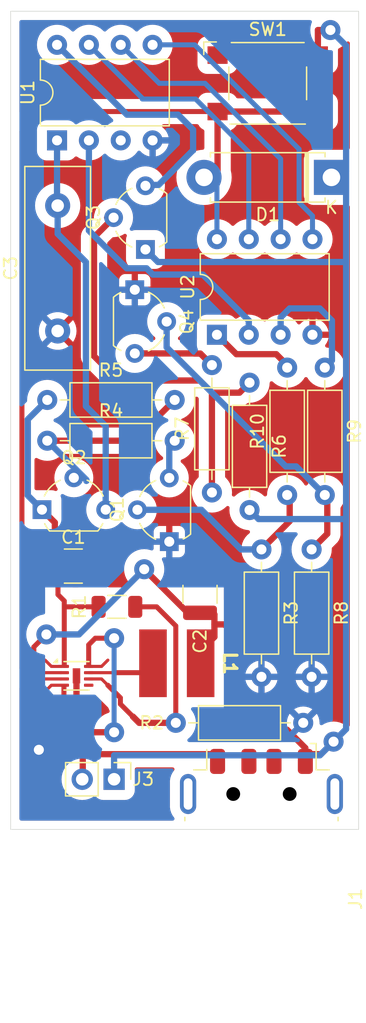
<source format=kicad_pcb>
(kicad_pcb (version 20240108) (generator "pcbnew") (generator_version "8.0")
  (layers (0 "F.Cu" signal) (31 "B.Cu" signal) (34 "B.Paste" user) (35 "F.Paste" user) (36 "B.SilkS" user "B.Silkscreen") (37 "F.SilkS" user "F.Silkscreen") (38 "B.Mask" user) (39 "F.Mask" user) (44 "Edge.Cuts" user))
  (net 0 "")
  (net 1 "GND")
  (net 2 "+12V")
  (net 3 "+5V")
  (net 4 "Net-(Q2-C)")
  (net 5 "Enable")
  (net 9 "Net-(J1-GND)")
  (net 11 "Net-(U3-SW)")
  (net 12 "GNDPWR")
  (net 13 "Net-(Q1-C)")
  (net 14 "Net-(Q1-B)")
  (net 15 "Net-(Q2-B)")
  (net 16 "Net-(Q3-C)")
  (net 17 "Net-(Q3-B)")
  (net 18 "Net-(Q4-B)")
  (net 19 "Net-(Q4-C)")
  (net 20 "Net-(U3-FB)")
  (net 21 "Net-(U2-XTAL2{slash}PB4)")
  (net 22 "Net-(U2-~{RESET}{slash}PB5)")
  (net 24 "Net-(U1-PB2)")
  (net 25 "Net-(U1-XTAL1{slash}PB3)")
  (net 26 "Net-(U1-PB1)")
  (net 27 "Net-(U1-AREF{slash}PB0)")
  (footprint "Capacitor_SMD:C_1210_3225Metric" (layer "F.Cu") (at 131.75 88.75)
    (property "Reference" "C1" (at 0 -2.300001 360) (layer "F.SilkS"))
    (property "Value" "10u")
    (fp_line (start -0.711252 -1.36) (end 0.711252 -1.36) (stroke (width 0.12)) (layer "F.SilkS"))
    (fp_line (start -0.711252 1.36) (end 0.711252 1.36) (stroke (width 0.12)) (layer "F.SilkS"))
    (pad "1" smd roundrect (at -1.475001 0) (size 1.15 2.7) (layers "F.Cu" "F.Paste" "F.Mask") (roundrect_rratio 0.217391) (net 2 "+12V"))
    (pad "2" smd roundrect (at 1.475001 0) (size 1.15 2.7) (layers "F.Cu" "F.Paste" "F.Mask") (roundrect_rratio 0.217391) (net 1 "GND"))
  )
  (footprint "Resistor_THT:R_Axial_DIN0207_L6.3mm_D2.5mm_P10.16mm_Horizontal" (layer "F.Cu") (at 142.8 82.88 90)
    (property "Reference" "R7" (at 5.08 -2.370001 90) (layer "F.SilkS"))
    (property "Value" "5k")
    (fp_line (start 8.35 -1.37) (end 1.81 -1.37) (stroke (width 0.12)) (layer "F.SilkS"))
    (fp_line (start 1.81 -1.37) (end 1.81 1.37) (stroke (width 0.12)) (layer "F.SilkS"))
    (fp_line (start 9.12 0) (end 8.350001 0) (stroke (width 0.12)) (layer "F.SilkS"))
    (fp_line (start 1.04 0) (end 1.81 0) (stroke (width 0.12)) (layer "F.SilkS"))
    (fp_line (start 8.35 1.37) (end 8.35 -1.37) (stroke (width 0.12)) (layer "F.SilkS"))
    (fp_line (start 1.81 1.37) (end 8.35 1.37) (stroke (width 0.12)) (layer "F.SilkS"))
    (pad "1" thru_hole circle (at 0 0 90) (size 1.6 1.6) (drill 0.8) (layers "*.Cu" "*.Mask") (net 17 "Net-(Q3-B)"))
    (pad "2" thru_hole oval (at 10.16 0 90) (size 1.6 1.6) (drill 0.8) (layers "*.Cu" "*.Mask") (net 19 "Net-(Q4-C)"))
  )
  (footprint "Capacitor_THT:C_Disc_D16.0mm_W5.0mm_P10.00mm" (layer "F.Cu") (at 130.5 70 90)
    (property "Reference" "C3" (at 4.999999 -3.75 90) (layer "F.SilkS"))
    (property "Value" "100n")
    (fp_line (start 13.12 -2.62) (end 13.12 2.62) (stroke (width 0.12)) (layer "F.SilkS"))
    (fp_line (start -3.12 -2.62) (end 13.12 -2.62) (stroke (width 0.12)) (layer "F.SilkS"))
    (fp_line (start -3.12 -2.62) (end -3.12 2.62) (stroke (width 0.12)) (layer "F.SilkS"))
    (fp_line (start -3.12 2.62) (end 13.12 2.62) (stroke (width 0.12)) (layer "F.SilkS"))
    (pad "1" thru_hole circle (at 0 0 90) (size 2 2) (drill 1) (layers "*.Cu" "*.Mask") (net 1 "GND"))
    (pad "2" thru_hole circle (at 10 0 90) (size 2 2) (drill 1) (layers "*.Cu" "*.Mask") (net 4 "Net-(Q2-C)"))
  )
  (footprint "Package_TO_SOT_THT:TO-92L_Wide" (layer "F.Cu") (at 136.65 66.71 -90)
    (property "Reference" "Q4" (at 2.55 -4.15 90) (layer "F.SilkS"))
    (property "Value" "2N3904")
    (fp_line (start 0.600001 1.7) (end 4.45 1.7) (stroke (width 0.12)) (layer "F.SilkS"))
    (fp_arc (start 0.600001 1.7) (mid 0.389184 1.423934) (end 0.217369 1.122046) (stroke (width 0.12)) (layer "F.SilkS"))
    (fp_arc (start 4.842382 1.112264) (mid 4.666593 1.419753) (end 4.45 1.7) (stroke (width 0.12)) (layer "F.SilkS"))
    (fp_arc (start 0.192226 -1.094786) (mid 0.710119 -1.833613) (end 1.45 -2.35) (stroke (width 0.12)) (layer "F.SilkS"))
    (fp_arc (start 3.599999 -2.35) (mid 4.351407 -1.834367) (end 4.876463 -1.089513) (stroke (width 0.12)) (layer "F.SilkS"))
    (pad "1" thru_hole rect (at 0 0 270) (size 1.5 1.5) (drill 0.8) (layers "*.Cu" "*.Mask") (net 1 "GND"))
    (pad "2" thru_hole circle (at 2.54 -2.54 270) (size 1.5 1.5) (drill 0.8) (layers "*.Cu" "*.Mask") (net 18 "Net-(Q4-B)"))
    (pad "3" thru_hole circle (at 5.079999 0 270) (size 1.5 1.5) (drill 0.8) (layers "*.Cu" "*.Mask") (net 19 "Net-(Q4-C)"))
  )
  (footprint "Resistor_THT:R_Axial_DIN0207_L6.3mm_D2.5mm_P10.16mm_Horizontal" (layer "F.Cu") (at 151.8 72.92 -90)
    (property "Reference" "R9" (at 5.08 -2.370001 90) (layer "F.SilkS"))
    (property "Value" "1.2k")
    (fp_line (start 1.81 1.37) (end 8.349999 1.37) (stroke (width 0.12)) (layer "F.SilkS"))
    (fp_line (start 8.349999 1.37) (end 8.35 -1.37) (stroke (width 0.12)) (layer "F.SilkS"))
    (fp_line (start 1.040001 0) (end 1.810001 -0.000001) (stroke (width 0.12)) (layer "F.SilkS"))
    (fp_line (start 9.12 0) (end 8.350001 0) (stroke (width 0.12)) (layer "F.SilkS"))
    (fp_line (start 1.81 -1.37) (end 1.81 1.37) (stroke (width 0.12)) (layer "F.SilkS"))
    (fp_line (start 8.35 -1.37) (end 1.81 -1.37) (stroke (width 0.12)) (layer "F.SilkS"))
    (pad "1" thru_hole circle (at 0 0 270) (size 1.6 1.6) (drill 0.8) (layers "*.Cu" "*.Mask") (net 21 "Net-(U2-XTAL2{slash}PB4)"))
    (pad "2" thru_hole oval (at 10.159999 -0.000001 270) (size 1.6 1.6) (drill 0.8) (layers "*.Cu" "*.Mask") (net 18 "Net-(Q4-B)"))
  )
  (footprint "Resistor_THT:R_Axial_DIN0207_L6.3mm_D2.5mm_P10.16mm_Horizontal" (layer "F.Cu") (at 148.8 83.08 90)
    (property "Reference" "R10" (at 5.079999 -2.370001 90) (layer "F.SilkS"))
    (property "Value" "1.2k")
    (fp_line (start 8.35 -1.37) (end 1.81 -1.37) (stroke (width 0.12)) (layer "F.SilkS"))
    (fp_line (start 1.81 -1.37) (end 1.81 1.37) (stroke (width 0.12)) (layer "F.SilkS"))
    (fp_line (start 9.12 0) (end 8.350001 0) (stroke (width 0.12)) (layer "F.SilkS"))
    (fp_line (start 1.04 0) (end 1.81 0) (stroke (width 0.12)) (layer "F.SilkS"))
    (fp_line (start 8.35 1.37) (end 8.35 -1.37) (stroke (width 0.12)) (layer "F.SilkS"))
    (fp_line (start 1.81 1.37) (end 8.35 1.37) (stroke (width 0.12)) (layer "F.SilkS"))
    (pad "1" thru_hole circle (at 0 0 90) (size 1.6 1.6) (drill 0.8) (layers "*.Cu" "*.Mask") (net 14 "Net-(Q1-B)"))
    (pad "2" thru_hole oval (at 10.159999 0.000001 90) (size 1.6 1.6) (drill 0.8) (layers "*.Cu" "*.Mask") (net 22 "Net-(U2-~{RESET}{slash}PB5)"))
  )
  (footprint "Resistor_SMD:R_1206_3216Metric" (layer "F.Cu") (at 135.225 92 180)
    (property "Reference" "R1" (at 3 0 90) (layer "F.SilkS"))
    (property "Value" "44.2k")
    (fp_line (start -0.727064 0.91) (end 0.727064 0.91) (stroke (width 0.12)) (layer "F.SilkS"))
    (fp_line (start -0.727064 -0.91) (end 0.727064 -0.91) (stroke (width 0.12)) (layer "F.SilkS"))
    (pad "1" smd roundrect (at -1.4625 0 180) (size 1.125 1.75) (layers "F.Cu" "F.Paste" "F.Mask") (roundrect_rratio 0.222222) (net 20 "Net-(U3-FB)"))
    (pad "2" smd roundrect (at 1.4625 0 180) (size 1.125 1.75) (layers "F.Cu" "F.Paste" "F.Mask") (roundrect_rratio 0.222222) (net 2 "+12V"))
  )
  (footprint "Resistor_THT:R_Axial_DIN0207_L6.3mm_D2.5mm_P10.16mm_Horizontal" (layer "F.Cu") (at 129.67 78.75)
    (property "Reference" "R4" (at 5.08 -2.370001 360) (layer "F.SilkS"))
    (property "Value" "5k")
    (fp_line (start 1.04 0) (end 1.81 0) (stroke (width 0.12)) (layer "F.SilkS"))
    (fp_line (start 1.81 -1.37) (end 1.81 1.37) (stroke (width 0.12)) (layer "F.SilkS"))
    (fp_line (start 1.81 1.37) (end 8.35 1.37) (stroke (width 0.12)) (layer "F.SilkS"))
    (fp_line (start 8.35 -1.37) (end 1.81 -1.37) (stroke (width 0.12)) (layer "F.SilkS"))
    (fp_line (start 8.35 1.37) (end 8.35 -1.37) (stroke (width 0.12)) (layer "F.SilkS"))
    (fp_line (start 9.12 0) (end 8.350001 0) (stroke (width 0.12)) (layer "F.SilkS"))
    (pad "1" thru_hole circle (at 0 0) (size 1.6 1.6) (drill 0.8) (layers "*.Cu" "*.Mask") (net 15 "Net-(Q2-B)"))
    (pad "2" thru_hole oval (at 10.16 0) (size 1.6 1.6) (drill 0.8) (layers "*.Cu" "*.Mask") (net 13 "Net-(Q1-C)"))
  )
  (footprint "NetTie:NetTie-3_SMD_Pad0.5mm" (layer "F.Cu") (at 132.5 102)
    (property "Reference" "NT1" (hide yes))
    (property "Value" "NetTie_3" (hide yes))
    (fp_poly (pts (xy -1.000002 -0.250001) (xy 1 -0.250001) (xy 1.000002 0.250001) (xy -1 0.250001)) (fill solid) (layer "F.Cu"))
    (pad "1" smd circle (at -1 0) (size 0.5 0.5) (layers "F.Cu") (net 1 "GND"))
    (pad "2" smd circle (at 0 0) (size 0.5 0.5) (layers "F.Cu") (net 9 "Net-(J1-GND)"))
    (pad "3" smd circle (at 1 0) (size 0.5 0.5) (layers "F.Cu") (net 12 "GNDPWR"))
  )
  (footprint "miscellaneous:IDCP2218-01" (layer "F.Cu") (at 140 96.5 180)
    (property "Reference" "L1" (at -4.25 0 -90) (layer "F.SilkS") (effects (font (thickness 0.25))))
    (property "Value" "10u" (hide yes))
    (pad "1" smd rect (at -1.9 0 180) (size 2.2 5.4) (layers "F.Cu" "F.Paste" "F.Mask") (net 3 "+5V"))
    (pad "2" smd rect (at 1.9 0 180) (size 2.2 5.4) (layers "F.Cu" "F.Paste" "F.Mask") (net 11 "Net-(U3-SW)"))
  )
  (footprint "Package_DFN_QFN:Micrel_MLF-8-1EP_2x2mm_P0.5mm_EP0.6x1.2mm" (layer "F.Cu") (at 132 97.5)
    (property "Reference" "U3" (hide yes))
    (property "Value" "MIC2290")
    (fp_line (start -1 -1.135) (end 1 -1.135) (stroke (width 0.12)) (layer "F.SilkS"))
    (fp_line (start -1 1.135) (end 1 1.135) (stroke (width 0.12)) (layer "F.SilkS"))
    (fp_poly (pts (xy -1.52 -1.05) (xy -1.8 -1.05) (xy -1.52 -1.33) (xy -1.52 -1.05)) (stroke (width 0.12)) (fill solid) (layer "F.SilkS"))
    (pad "1" smd roundrect (at -0.975 -0.75) (size 0.75 0.25) (layers "F.Cu" "F.Paste" "F.Mask") (net 2 "+12V"))
    (pad "2" smd roundrect (at -0.975 -0.25) (size 0.75 0.25) (layers "F.Cu" "F.Paste" "F.Mask") (net 3 "+5V"))
    (pad "3" smd roundrect (at -0.975 0.25) (size 0.75 0.25) (layers "F.Cu" "F.Paste" "F.Mask") (net 5 "Enable"))
    (pad "4" smd roundrect (at -0.975 0.75) (size 0.75 0.25) (layers "F.Cu" "F.Paste" "F.Mask") (net 1 "GND"))
    (pad "5" smd roundrect (at 0.975 0.75) (size 0.75 0.25) (layers "F.Cu" "F.Paste" "F.Mask"))
    (pad "6" smd roundrect (at 0.975 0.25) (size 0.75 0.25) (layers "F.Cu" "F.Paste" "F.Mask") (net 20 "Net-(U3-FB)"))
    (pad "7" smd roundrect (at 0.975 -0.25) (size 0.75 0.25) (layers "F.Cu" "F.Paste" "F.Mask") (net 11 "Net-(U3-SW)"))
    (pad "8" smd roundrect (at 0.975 -0.75) (size 0.75 0.25) (layers "F.Cu" "F.Paste" "F.Mask") (net 12 "GNDPWR"))
    (pad "9" smd rect (at 0 0) (size 0.6 1.2) (property pad_prop_heatsink) (layers "F.Cu" "F.Mask") (net 1 "GND"))
  )
  (footprint "Button_Switch_SMD:SW_SPST_Omron_B3FS-101xP" (layer "F.Cu") (at 147.25 50.25)
    (property "Reference" "SW1" (at 0 -4.3 0) (layer "F.SilkS"))
    (property "Value" "SW_Push")
    (fp_line (start -5.1 -3.3) (end -4.1 -3.3) (stroke (width 0.12)) (layer "F.SilkS"))
    (fp_line (start -5.1 -2.3) (end -5.1 -3.3) (stroke (width 0.12)) (layer "F.SilkS"))
    (fp_line (start -3.1 -1.3) (end -3.1 1.3) (stroke (width 0.12)) (layer "F.SilkS"))
    (fp_line (start 2.9 -3.25) (end -2.9 -3.25) (stroke (width 0.12)) (layer "F.SilkS"))
    (fp_line (start 3 3.25) (end -3 3.25) (stroke (width 0.12)) (layer "F.SilkS"))
    (fp_line (start 3.1 -1.3) (end 3.1 1.3) (stroke (width 0.12)) (layer "F.SilkS"))
    (pad "1" smd rect (at -4 -2.25 180) (size 1.6 1.4) (layers "F.Cu" "F.Paste" "F.Mask") (net 3 "+5V"))
    (pad "1" smd rect (at 4 -2.25 180) (size 1.6 1.4) (layers "F.Cu" "F.Paste" "F.Mask") (net 3 "+5V"))
    (pad "2" smd rect (at -4 2.25 180) (size 1.6 1.4) (layers "F.Cu" "F.Paste" "F.Mask") (net 5 "Enable"))
    (pad "2" smd rect (at 4 2.25 180) (size 1.6 1.4) (layers "F.Cu" "F.Paste" "F.Mask") (net 5 "Enable"))
  )
  (footprint "Capacitor_SMD:C_1210_3225Metric" (layer "F.Cu") (at 141.85 91 90)
    (property "Reference" "C2" (at -3.749999 0 90) (layer "F.SilkS"))
    (property "Value" "10u")
    (fp_line (start -0.711252 -1.36) (end 0.711252 -1.36) (stroke (width 0.12)) (layer "F.SilkS"))
    (fp_line (start -0.711252 1.36) (end 0.711252 1.36) (stroke (width 0.12)) (layer "F.SilkS"))
    (pad "1" smd roundrect (at -1.475001 0 90) (size 1.15 2.7) (layers "F.Cu" "F.Paste" "F.Mask") (roundrect_rratio 0.217391) (net 3 "+5V"))
    (pad "2" smd roundrect (at 1.475001 0 90) (size 1.15 2.7) (layers "F.Cu" "F.Paste" "F.Mask") (roundrect_rratio 0.217391) (net 1 "GND"))
  )
  (footprint "Connector_USB:USB_A_Molex_48037-2200_Horizontal" (layer "F.Cu") (at 146.75 115.3 -90)
    (property "Reference" "J1" (at 0 -7.5 90) (layer "F.SilkS"))
    (property "Value" "USB_A")
    (fp_line (start -6.515 6.11) (end -6.245 6.11) (stroke (width 0.12)) (layer "F.SilkS"))
    (fp_line (start -11.92 4.36) (end -10.3 4.36) (stroke (width 0.12)) (layer "F.SilkS"))
    (fp_line (start -10.3 4.36) (end -10.3 5.4) (stroke (width 0.12)) (layer "F.SilkS"))
    (fp_line (start -12.4 -4.36) (end -12.4 -3.9) (stroke (width 0.12)) (layer "F.SilkS"))
    (fp_line (start -12.4 -4.36) (end -10.3 -4.36) (stroke (width 0.12)) (layer "F.SilkS"))
    (fp_line (start -10.3 -5.4) (end -10.3 -4.36) (stroke (width 0.12)) (layer "F.SilkS"))
    (fp_line (start -6.515 -6.11) (end -6.245 -6.11) (stroke (width 0.12)) (layer "F.SilkS"))
    (pad "" np_thru_hole circle (at -8.375 -2.25 270) (size 1.1 1.1) (drill 1.1) (layers "*.Mask"))
    (pad "" np_thru_hole circle (at -8.375 2.25 270) (size 1.1 1.1) (drill 1.1) (layers "*.Mask"))
    (pad "1" smd roundrect (at -10.975 -3.5 270) (size 2 1.2) (layers "F.Cu" "F.Paste" "F.Mask") (net 3 "+5V"))
    (pad "2" smd roundrect (at -10.975 -1 270) (size 2 1.2) (layers "F.Cu" "F.Paste" "F.Mask"))
    (pad "3" smd roundrect (at -10.975 1 270) (size 2 1.2) (layers "F.Cu" "F.Paste" "F.Mask"))
    (pad "4" smd roundrect (at -10.975 3.5 270) (size 2 1.2) (layers "F.Cu" "F.Paste" "F.Mask") (net 9 "Net-(J1-GND)"))
    (pad "5" thru_hole oval (at -8.375 -5.85 270) (size 3.2 1.3) (drill oval 2.5 0.7) (layers "*.Cu" "*.Mask"))
    (pad "5" thru_hole oval (at -8.375 5.85 270) (size 3.2 1.3) (drill oval 2.5 0.7) (layers "*.Cu" "*.Mask"))
  )
  (footprint "Package_DIP:DIP-8_W7.62mm" (layer "F.Cu") (at 130.45 54.8 90)
    (property "Reference" "U1" (at 3.81 -2.33 90) (layer "F.SilkS"))
    (property "Value" "Target")
    (fp_line (start 6.46 -1.33) (end 4.81 -1.33) (stroke (width 0.12)) (layer "F.SilkS"))
    (fp_line (start 2.81 -1.33) (end 1.16 -1.33) (stroke (width 0.12)) (layer "F.SilkS"))
    (fp_line (start 1.16 -1.33) (end 1.16 8.95) (stroke (width 0.12)) (layer "F.SilkS"))
    (fp_line (start 6.46 8.95) (end 6.46 -1.33) (stroke (width 0.12)) (layer "F.SilkS"))
    (fp_line (start 1.16 8.95) (end 6.46 8.95) (stroke (width 0.12)) (layer "F.SilkS"))
    (fp_arc (start 4.81 -1.33) (mid 3.81 -0.33) (end 2.81 -1.33) (stroke (width 0.12)) (layer "F.SilkS"))
    (pad "1" thru_hole rect (at 0 0 90) (size 1.6 1.6) (drill 0.8) (layers "*.Cu" "*.Mask") (net 4 "Net-(Q2-C)"))
    (pad "2" thru_hole oval (at 0 2.54 90) (size 1.6 1.6) (drill 0.8) (layers "*.Cu" "*.Mask") (net 25 "Net-(U1-XTAL1{slash}PB3)"))
    (pad "3" thru_hole oval (at 0 5.08 90) (size 1.6 1.6) (drill 0.8) (layers "*.Cu" "*.Mask"))
    (pad "4" thru_hole oval (at 0 7.62 90) (size 1.6 1.6) (drill 0.8) (layers "*.Cu" "*.Mask") (net 1 "GND"))
    (pad "5" thru_hole oval (at 7.62 7.62 90) (size 1.6 1.6) (drill 0.8) (layers "*.Cu" "*.Mask") (net 27 "Net-(U1-AREF{slash}PB0)"))
    (pad "6" thru_hole oval (at 7.62 5.08 90) (size 1.6 1.6) (drill 0.8) (layers "*.Cu" "*.Mask") (net 26 "Net-(U1-PB1)"))
    (pad "7" thru_hole oval (at 7.62 2.54 90) (size 1.6 1.6) (drill 0.8) (layers "*.Cu" "*.Mask") (net 24 "Net-(U1-PB2)"))
    (pad "8" thru_hole oval (at 7.62 0 90) (size 1.6 1.6) (drill 0.8) (layers "*.Cu" "*.Mask") (net 16 "Net-(Q3-C)"))
  )
  (footprint "Diode_THT:D_5W_P10.16mm_Horizontal" (layer "F.Cu") (at 152.33 57.75 180)
    (property "Reference" "D1" (at 5.08 -2.97 360) (layer "F.SilkS"))
    (property "Value" "D")
    (fp_line (start 9.65 1.97) (end 9.65 1.640002) (stroke (width 0.12)) (layer "F.SilkS"))
    (fp_line (start 9.65 -1.97) (end 9.649998 -1.640001) (stroke (width 0.12)) (layer "F.SilkS"))
    (fp_line (start 2.085 -1.97) (end 2.085 1.97) (stroke (width 0.12)) (layer "F.SilkS"))
    (fp_line (start 1.965001 -1.969999) (end 1.965 1.97) (stroke (width 0.12)) (layer "F.SilkS"))
    (fp_line (start 1.845 -1.97) (end 1.845 1.97) (stroke (width 0.12)) (layer "F.SilkS"))
    (fp_line (start 0.510002 -1.969999) (end 9.65 -1.97) (stroke (width 0.12)) (layer "F.SilkS"))
    (fp_line (start 0.51 1.97) (end 9.65 1.97) (stroke (width 0.12)) (layer "F.SilkS"))
    (fp_line (start 0.51 1.64) (end 0.51 1.97) (stroke (width 0.12)) (layer "F.SilkS"))
    (fp_line (start 0.51 -1.64) (end 0.510002 -1.969999) (stroke (width 0.12)) (layer "F.SilkS"))
    (fp_text user "K" (at 0 -2.4 360) (layer "F.SilkS"))
    (pad "1" thru_hole rect (at 0 0 180) (size 2.8 2.8) (drill 1.4) (layers "*.Cu" "*.Mask") (net 3 "+5V"))
    (pad "2" thru_hole oval (at 10.159999 0.000002 180) (size 2.8 2.8) (drill 1.4) (layers "*.Cu" "*.Mask") (net 5 "Enable"))
  )
  (footprint "Connector_PinHeader_2.54mm:PinHeader_1x02_P2.54mm_Vertical" (layer "F.Cu") (at 135 105.75 -90)
    (property "Reference" "J3" (at 0 -2.33 360) (layer "F.SilkS"))
    (property "Value" "Conn_01x02")
    (fp_line (start -1.329997 3.870002) (end 1.329999 3.870001) (stroke (width 0.12)) (layer "F.SilkS"))
    (fp_line (start 1.33 1.270001) (end 1.329999 3.870001) (stroke (width 0.12)) (layer "F.SilkS"))
    (fp_line (start -1.329999 1.269998) (end -1.329997 3.870002) (stroke (width 0.12)) (layer "F.SilkS"))
    (fp_line (start -1.329999 1.269998) (end 1.33 1.270001) (stroke (width 0.12)) (layer "F.SilkS"))
    (fp_line (start -1.330002 0.000001) (end -1.33 -1.33) (stroke (width 0.12)) (layer "F.SilkS"))
    (fp_line (start -1.33 -1.33) (end -0.000001 -1.330002) (stroke (width 0.12)) (layer "F.SilkS"))
    (pad "1" thru_hole rect (at 0 0 270) (size 1.7 1.7) (drill 1) (layers "*.Cu" "*.Mask") (net 3 "+5V"))
    (pad "2" thru_hole oval (at -0.000003 2.540004 270) (size 1.7 1.7) (drill 1) (layers "*.Cu" "*.Mask") (net 9 "Net-(J1-GND)"))
  )
  (footprint "Package_DIP:DIP-8_W7.62mm" (layer "F.Cu") (at 143.2 70.3 90)
    (property "Reference" "U2" (at 3.81 -2.33 90) (layer "F.SilkS"))
    (property "Value" "Master")
    (fp_line (start 6.46 -1.33) (end 4.81 -1.33) (stroke (width 0.12)) (layer "F.SilkS"))
    (fp_line (start 2.81 -1.33) (end 1.16 -1.33) (stroke (width 0.12)) (layer "F.SilkS"))
    (fp_line (start 1.16 -1.33) (end 1.16 8.95) (stroke (width 0.12)) (layer "F.SilkS"))
    (fp_line (start 6.46 8.95) (end 6.46 -1.33) (stroke (width 0.12)) (layer "F.SilkS"))
    (fp_line (start 1.16 8.95) (end 6.46 8.95) (stroke (width 0.12)) (layer "F.SilkS"))
    (fp_arc (start 4.81 -1.33) (mid 3.81 -0.33) (end 2.81 -1.33) (stroke (width 0.12)) (layer "F.SilkS"))
    (pad "1" thru_hole rect (at 0 0 90) (size 1.6 1.6) (drill 0.8) (layers "*.Cu" "*.Mask") (net 22 "Net-(U2-~{RESET}{slash}PB5)"))
    (pad "2" thru_hole oval (at 0 2.54 90) (size 1.6 1.6) (drill 0.8) (layers "*.Cu" "*.Mask") (net 25 "Net-(U1-XTAL1{slash}PB3)"))
    (pad "3" thru_hole oval (at 0 5.08 90) (size 1.6 1.6) (drill 0.8) (layers "*.Cu" "*.Mask") (net 21 "Net-(U2-XTAL2{slash}PB4)"))
    (pad "4" thru_hole oval (at 0 7.62 90) (size 1.6 1.6) (drill 0.8) (layers "*.Cu" "*.Mask") (net 1 "GND"))
    (pad "5" thru_hole oval (at 7.62 7.62 90) (size 1.6 1.6) (drill 0.8) (layers "*.Cu" "*.Mask") (net 27 "Net-(U1-AREF{slash}PB0)"))
    (pad "6" thru_hole oval (at 7.62 5.08 90) (size 1.6 1.6) (drill 0.8) (layers "*.Cu" "*.Mask") (net 26 "Net-(U1-PB1)"))
    (pad "7" thru_hole oval (at 7.62 2.54 90) (size 1.6 1.6) (drill 0.8) (layers "*.Cu" "*.Mask") (net 24 "Net-(U1-PB2)"))
    (pad "8" thru_hole oval (at 7.62 0 90) (size 1.6 1.6) (drill 0.8) (layers "*.Cu" "*.Mask") (net 5 "Enable"))
  )
  (footprint "Package_TO_SOT_THT:TO-92L_Wide" (layer "F.Cu") (at 139.4 86.8 90)
    (property "Reference" "Q1" (at 2.55 -4.15 90) (layer "F.SilkS"))
    (property "Value" "2N3904")
    (fp_line (start 0.600001 1.7) (end 4.45 1.7) (stroke (width 0.12)) (layer "F.SilkS"))
    (fp_arc (start 3.599999 -2.35) (mid 4.351407 -1.834367) (end 4.876463 -1.089513) (stroke (width 0.12)) (layer "F.SilkS"))
    (fp_arc (start 0.192226 -1.094786) (mid 0.710119 -1.833613) (end 1.45 -2.35) (stroke (width 0.12)) (layer "F.SilkS"))
    (fp_arc (start 4.842382 1.112264) (mid 4.666593 1.419753) (end 4.45 1.7) (stroke (width 0.12)) (layer "F.SilkS"))
    (fp_arc (start 0.600001 1.7) (mid 0.389184 1.423934) (end 0.217369 1.122046) (stroke (width 0.12)) (layer "F.SilkS"))
    (pad "1" thru_hole rect (at 0 0 90) (size 1.5 1.5) (drill 0.8) (layers "*.Cu" "*.Mask") (net 1 "GND"))
    (pad "2" thru_hole circle (at 2.54 -2.54 90) (size 1.5 1.5) (drill 0.8) (layers "*.Cu" "*.Mask") (net 14 "Net-(Q1-B)"))
    (pad "3" thru_hole circle (at 5.079999 0 90) (size 1.5 1.5) (drill 0.8) (layers "*.Cu" "*.Mask") (net 13 "Net-(Q1-C)"))
  )
  (footprint "Resistor_THT:R_Axial_DIN0207_L6.3mm_D2.5mm_P10.16mm_Horizontal" (layer "F.Cu") (at 145.8 74.12 -90)
    (property "Reference" "R6" (at 5.08 -2.370001 90) (layer "F.SilkS"))
    (property "Value" "1.2k")
    (fp_line (start 1.81 1.37) (end 8.35 1.37) (stroke (width 0.12)) (layer "F.SilkS"))
    (fp_line (start 8.35 1.37) (end 8.35 -1.37) (stroke (width 0.12)) (layer "F.SilkS"))
    (fp_line (start 1.04 0) (end 1.81 0) (stroke (width 0.12)) (layer "F.SilkS"))
    (fp_line (start 9.12 0) (end 8.350001 0) (stroke (width 0.12)) (layer "F.SilkS"))
    (fp_line (start 1.81 -1.37) (end 1.81 1.37) (stroke (width 0.12)) (layer "F.SilkS"))
    (fp_line (start 8.35 -1.37) (end 1.81 -1.37) (stroke (width 0.12)) (layer "F.SilkS"))
    (pad "1" thru_hole circle (at 0 0 270) (size 1.6 1.6) (drill 0.8) (layers "*.Cu" "*.Mask") (net 17 "Net-(Q3-B)"))
    (pad "2" thru_hole oval (at 10.16 0 270) (size 1.6 1.6) (drill 0.8) (layers "*.Cu" "*.Mask") (net 3 "+5V"))
  )
  (footprint "Resistor_THT:R_Axial_DIN0207_L6.3mm_D2.5mm_P10.16mm_Horizontal" (layer "F.Cu") (at 146.75 87.42 -90)
    (property "Reference" "R3" (at 5.08 -2.370001 90) (layer "F.SilkS"))
    (property "Value" "5k")
    (fp_line (start 1.81 1.37) (end 8.35 1.37) (stroke (width 0.12)) (layer "F.SilkS"))
    (fp_line (start 8.35 1.37) (end 8.35 -1.37) (stroke (width 0.12)) (layer "F.SilkS"))
    (fp_line (start 1.04 0) (end 1.81 0) (stroke (width 0.12)) (layer "F.SilkS"))
    (fp_line (start 9.12 0) (end 8.350001 0) (stroke (width 0.12)) (layer "F.SilkS"))
    (fp_line (start 1.81 -1.37) (end 1.81 1.37) (stroke (width 0.12)) (layer "F.SilkS"))
    (fp_line (start 8.35 -1.37) (end 1.81 -1.37) (stroke (width 0.12)) (layer "F.SilkS"))
    (pad "1" thru_hole circle (at 0 0 270) (size 1.6 1.6) (drill 0.8) (layers "*.Cu" "*.Mask") (net 14 "Net-(Q1-B)"))
    (pad "2" thru_hole oval (at 10.16 0 270) (size 1.6 1.6) (drill 0.8) (layers "*.Cu" "*.Mask") (net 1 "GND"))
  )
  (footprint "Package_TO_SOT_THT:TO-92L_Wide" (layer "F.Cu") (at 137.5 63.5 90)
    (property "Reference" "Q3" (at 2.55 -4.15 90) (layer "F.SilkS"))
    (property "Value" "2N3906")
    (fp_line (start 0.600001 1.7) (end 4.45 1.7) (stroke (width 0.12)) (layer "F.SilkS"))
    (fp_arc (start 3.599999 -2.35) (mid 4.351407 -1.834367) (end 4.876463 -1.089513) (stroke (width 0.12)) (layer "F.SilkS"))
    (fp_arc (start 0.192226 -1.094786) (mid 0.710119 -1.833613) (end 1.45 -2.35) (stroke (width 0.12)) (layer "F.SilkS"))
    (fp_arc (start 4.842382 1.112264) (mid 4.666593 1.419753) (end 4.45 1.7) (stroke (width 0.12)) (layer "F.SilkS"))
    (fp_arc (start 0.600001 1.7) (mid 0.389184 1.423934) (end 0.217369 1.122046) (stroke (width 0.12)) (layer "F.SilkS"))
    (pad "1" thru_hole rect (at 0 0 90) (size 1.5 1.5) (drill 0.8) (layers "*.Cu" "*.Mask") (net 3 "+5V"))
    (pad "2" thru_hole circle (at 2.54 -2.54 90) (size 1.5 1.5) (drill 0.8) (layers "*.Cu" "*.Mask") (net 17 "Net-(Q3-B)"))
    (pad "3" thru_hole circle (at 5.079999 0 90) (size 1.5 1.5) (drill 0.8) (layers "*.Cu" "*.Mask") (net 16 "Net-(Q3-C)"))
  )
  (footprint "Resistor_THT:R_Axial_DIN0207_L6.3mm_D2.5mm_P10.16mm_Horizontal" (layer "F.Cu") (at 150.75 87.420001 -90)
    (property "Reference" "R8" (at 5.08 -2.370001 90) (layer "F.SilkS"))
    (property "Value" "5k")
    (fp_line (start 1.81 1.37) (end 8.35 1.37) (stroke (width 0.12)) (layer "F.SilkS"))
    (fp_line (start 8.35 1.37) (end 8.35 -1.37) (stroke (width 0.12)) (layer "F.SilkS"))
    (fp_line (start 1.04 0) (end 1.81 0) (stroke (width 0.12)) (layer "F.SilkS"))
    (fp_line (start 9.12 0) (end 8.350001 0) (stroke (width 0.12)) (layer "F.SilkS"))
    (fp_line (start 1.81 -1.37) (end 1.81 1.37) (stroke (width 0.12)) (layer "F.SilkS"))
    (fp_line (start 8.35 -1.37) (end 1.81 -1.37) (stroke (width 0.12)) (layer "F.SilkS"))
    (pad "1" thru_hole circle (at 0 0 270) (size 1.6 1.6) (drill 0.8) (layers "*.Cu" "*.Mask") (net 18 "Net-(Q4-B)"))
    (pad "2" thru_hole oval (at 10.16 0 270) (size 1.6 1.6) (drill 0.8) (layers "*.Cu" "*.Mask") (net 1 "GND"))
  )
  (footprint "Resistor_THT:R_Axial_DIN0207_L6.3mm_D2.5mm_P10.16mm_Horizontal" (layer "F.Cu") (at 150.080001 101.25 180)
    (property "Reference" "R2" (at 12.080001 0 360) (layer "F.SilkS"))
    (property "Value" "5k")
    (fp_line (start 9.120002 0) (end 8.350001 -0.000003) (stroke (width 0.12)) (layer "F.SilkS"))
    (fp_line (start 8.350002 1.370001) (end 8.349999 -1.369998) (stroke (width 0.12)) (layer "F.SilkS"))
    (fp_line (start 8.349999 -1.369998) (end 1.81 -1.37) (stroke (width 0.12)) (layer "F.SilkS"))
    (fp_line (start 1.81 1.37) (end 8.350002 1.370001) (stroke (width 0.12)) (layer "F.SilkS"))
    (fp_line (start 1.81 -1.37) (end 1.81 1.37) (stroke (width 0.12)) (layer "F.SilkS"))
    (fp_line (start 1.040002 0.000004) (end 1.809998 0.000003) (stroke (width 0.12)) (layer "F.SilkS"))
    (pad "1" thru_hole circle (at 0 0 180) (size 1.6 1.6) (drill 0.8) (layers "*.Cu" "*.Mask") (net 1 "GND"))
    (pad "2" thru_hole oval (at 10.160002 0 180) (size 1.6 1.6) (drill 0.8) (layers "*.Cu" "*.Mask") (net 20 "Net-(U3-FB)"))
  )
  (footprint "Resistor_THT:R_Axial_DIN0207_L6.3mm_D2.5mm_P10.16mm_Horizontal" (layer "F.Cu") (at 129.67 75.5)
    (property "Reference" "R5" (at 5.08 -2.370001 360) (layer "F.SilkS"))
    (property "Value" "1.2k")
    (fp_line (start 1.04 0) (end 1.81 0) (stroke (width 0.12)) (layer "F.SilkS"))
    (fp_line (start 1.81 -1.37) (end 1.81 1.37) (stroke (width 0.12)) (layer "F.SilkS"))
    (fp_line (start 1.81 1.37) (end 8.35 1.37) (stroke (width 0.12)) (layer "F.SilkS"))
    (fp_line (start 8.35 -1.37) (end 1.81 -1.37) (stroke (width 0.12)) (layer "F.SilkS"))
    (fp_line (start 8.35 1.37) (end 8.35 -1.37) (stroke (width 0.12)) (layer "F.SilkS"))
    (fp_line (start 9.12 0) (end 8.350001 0) (stroke (width 0.12)) (layer "F.SilkS"))
    (pad "1" thru_hole circle (at 0 0) (size 1.6 1.6) (drill 0.8) (layers "*.Cu" "*.Mask") (net 2 "+12V"))
    (pad "2" thru_hole oval (at 10.16 0) (size 1.6 1.6) (drill 0.8) (layers "*.Cu" "*.Mask") (net 15 "Net-(Q2-B)"))
  )
  (footprint "Package_TO_SOT_THT:TO-92L_Wide" (layer "F.Cu") (at 129.25 84.25)
    (property "Reference" "Q2" (at 2.55 -4.15 360) (layer "F.SilkS"))
    (property "Value" "2N3906")
    (fp_line (start 0.600001 1.7) (end 4.45 1.7) (stroke (width 0.12)) (layer "F.SilkS"))
    (fp_arc (start 0.192226 -1.094786) (mid 0.710119 -1.833613) (end 1.45 -2.35) (stroke (width 0.12)) (layer "F.SilkS"))
    (fp_arc (start 0.600001 1.7) (mid 0.389184 1.423934) (end 0.217369 1.122046) (stroke (width 0.12)) (layer "F.SilkS"))
    (fp_arc (start 3.599999 -2.35) (mid 4.351407 -1.834367) (end 4.876463 -1.089513) (stroke (width 0.12)) (layer "F.SilkS"))
    (fp_arc (start 4.842382 1.112264) (mid 4.666593 1.419753) (end 4.45 1.7) (stroke (width 0.12)) (layer "F.SilkS"))
    (pad "1" thru_hole rect (at 0 0) (size 1.5 1.5) (drill 0.8) (layers "*.Cu" "*.Mask") (net 2 "+12V"))
    (pad "2" thru_hole circle (at 2.54 -2.54) (size 1.5 1.5) (drill 0.8) (layers "*.Cu" "*.Mask") (net 15 "Net-(Q2-B)"))
    (pad "3" thru_hole circle (at 5.079999 0) (size 1.5 1.5) (drill 0.8) (layers "*.Cu" "*.Mask") (net 4 "Net-(Q2-C)"))
  )
  (gr_rect (start 126.75 44.5) (end 154.5 109.75) (stroke (width 0.05)) (fill none) (layer "Edge.Cuts"))
  (segment (start 131 101.5) (end 131.5 102) (width 0.5) (layer "F.Cu") (net 1))
  (segment (start 132 97.5) (end 132 100) (width 0.5) (layer "F.Cu") (net 1))
  (segment (start 131.5 102) (end 131 102.5) (width 0.5) (layer "F.Cu") (net 1))
  (segment (start 130.8 98.25) (end 130 98.25) (width 0.25) (layer "F.Cu") (net 1))
  (segment (start 130 98.25) (end 129.5 98.75) (width 0.25) (layer "F.Cu") (net 1))
  (segment (start 131 99.75) (end 131 98.325) (width 0.4) (layer "F.Cu") (net 1))
  (via (at 129 103.4) (size 1.6) (drill 0.8) (layers "F.Cu" "B.Cu") (net 1))
  (segment (start 130.524999 91.024999) (end 131.025 91.525) (width 0.4) (layer "F.Cu") (net 2))
  (segment (start 130.8 96.75) (end 130 96.75) (width 0.25) (layer "F.Cu") (net 2))
  (segment (start 130 96.75) (end 129.5 96.25) (width 0.25) (layer "F.Cu") (net 2))
  (segment (start 133.7625 92) (end 131.05 92) (width 0.4) (layer "F.Cu") (net 2))
  (segment (start 130.274999 85.274999) (end 129.25 84.25) (width 0.5) (layer "F.Cu") (net 2))
  (segment (start 133.75 91.9875) (end 133.7625 92) (width 0.4) (layer "F.Cu") (net 2))
  (segment (start 130.524999 88.75) (end 130.524999 91.024999) (width 0.4) (layer "F.Cu") (net 2))
  (segment (start 130.274999 88.75) (end 130.274999 85.274999) (width 0.5) (layer "F.Cu") (net 2))
  (segment (start 131.025 91.525) (end 131.025 96.675) (width 0.4) (layer "F.Cu") (net 2))
  (segment (start 128.12 77.05) (end 129.67 75.5) (width 0.5) (layer "B.Cu") (net 2))
  (segment (start 128.12 83.12) (end 128.12 77.05) (width 0.5) (layer "B.Cu") (net 2))
  (segment (start 129.25 84.25) (end 128.12 83.12) (width 0.5) (layer "B.Cu") (net 2))
  (segment (start 148.791523 101.8) (end 150.25 103.258477) (width 0.5) (layer "F.Cu") (net 3))
  (segment (start 152.5 102.75) (end 151.5 103.75) (width 0.5) (layer "F.Cu") (net 3))
  (segment (start 143 94.4) (end 142.8 94.6) (width 0.5) (layer "F.Cu") (net 3))
  (segment (start 143 93.4) (end 143 94.4) (width 0.5) (layer "F.Cu") (net 3))
  (segment (start 143 92.6) (end 143 93.4) (width 0.5) (layer "F.Cu") (net 3))
  (segment (start 146.6 101.8) (end 148.791523 101.8) (width 0.5) (layer "F.Cu") (net 3))
  (segment (start 143.8 93.4) (end 143 93.4) (width 0.5) (layer "F.Cu") (net 3))
  (segment (start 151.25 48) (end 151.25 46) (width 0.5) (layer "F.Cu") (net 3))
  (segment (start 134.515004 105.750001) (end 134.515004 105.734996) (width 0.5) (layer "F.Cu") (net 3))
  (segment (start 151.25 46) (end 152.25 46) (width 0.5) (layer "F.Cu") (net 3))
  (segment (start 141.9 96.5) (end 142.425 96.5) (width 0.5) (layer "F.Cu") (net 3))
  (segment (start 143.25 48) (end 151.25 48) (width 0.5) (layer "F.Cu") (net 3))
  (segment (start 140.875001 92.475001) (end 137.4 89) (width 0.5) (layer "F.Cu") (net 3))
  (segment (start 143.8 93.4) (end 144.4 94) (width 0.5) (layer "F.Cu") (net 3))
  (segment (start 141.85 92.475001) (end 142.875001 92.475001) (width 0.5) (layer "F.Cu") (net 3))
  (segment (start 128.6 96.6) (end 128.75 96.75) (width 0.4) (layer "F.Cu") (net 3))
  (segment (start 151.5 103.75) (end 150.5 103.75) (width 0.5) (layer "F.Cu") (net 3))
  (segment (start 142.875001 92.475001) (end 143 92.6) (width 0.5) (layer "F.Cu") (net 3))
  (segment (start 144.4 99.6) (end 146.6 101.8) (width 0.5) (layer "F.Cu") (net 3))
  (segment (start 140.875001 92.475001) (end 140.8 92.4) (width 0.5) (layer "F.Cu") (net 3))
  (segment (start 128.75 96.75) (end 129.25 97.25) (width 0.25) (layer "F.Cu") (net 3))
  (segment (start 129.25 97.25) (end 130.8 97.25) (width 0.25) (layer "F.Cu") (net 3))
  (segment (start 128.6 95.2) (end 128.6 96.6) (width 0.4) (layer "F.Cu") (net 3))
  (segment (start 144.4 94) (end 144.4 99.6) (width 0.5) (layer "F.Cu") (net 3))
  (segment (start 129.6 94.2) (end 128.6 95.2) (width 0.4) (layer "F.Cu") (net 3))
  (segment (start 141.85 92.475001) (end 140.875001 92.475001) (width 0.5) (layer "F.Cu") (net 3))
  (segment (start 150.25 103.258477) (end 150.25 104.325) (width 0.5) (layer "F.Cu") (net 3))
  (via (at 137.4 89) (size 1.6) (drill 0.8) (layers "F.Cu" "B.Cu") (net 3))
  (via (at 152.5 102.75) (size 1.6) (drill 0.8) (layers "F.Cu" "B.Cu") (net 3))
  (via (at 152.25 46) (size 1.6) (drill 0.8) (layers "F.Cu" "B.Cu") (net 3))
  (via (at 129.6 94.2) (size 1.6) (drill 0.8) (layers "F.Cu" "B.Cu") (net 3))
  (segment (start 145.8 84.28) (end 146.52 85) (width 0.5) (layer "B.Cu") (net 3))
  (segment (start 152.83 57.5) (end 153.25 57.5) (width 0.5) (layer "B.Cu") (net 3))
  (segment (start 138.5 64.5) (end 153.5 64.5) (width 0.5) (layer "B.Cu") (net 3))
  (segment (start 152.25 46) (end 153.5 47.25) (width 0.5) (layer "B.Cu") (net 3))
  (segment (start 153.25 57.5) (end 153.5 57.25) (width 0.5) (layer "B.Cu") (net 3))
  (segment (start 151.411522 103.838478) (end 152.5 102.75) (width 0.5) (layer "B.Cu") (net 3))
  (segment (start 153.5 47.25) (end 153.5 57.25) (width 0.5) (layer "B.Cu") (net 3))
  (segment (start 129.6 94.2) (end 132.2 94.2) (width 0.5) (layer "B.Cu") (net 3))
  (segment (start 152.5 102.75) (end 152.5 102.5) (width 0.5) (layer "B.Cu") (net 3))
  (segment (start 135 105.75) (end 135 103.838478) (width 0.5) (layer "B.Cu") (net 3))
  (segment (start 132.2 94.2) (end 137.4 89) (width 0.5) (layer "B.Cu") (net 3))
  (segment (start 153.5 101.75) (end 153.5 85) (width 0.5) (layer "B.Cu") (net 3))
  (segment (start 153.5 85) (end 153.5 64.5) (width 0.5) (layer "B.Cu") (net 3))
  (segment (start 135 103.838478) (end 151.411522 103.838478) (width 0.5) (layer "B.Cu") (net 3))
  (segment (start 153.5 64.5) (end 153.5 57.25) (width 0.5) (layer "B.Cu") (net 3))
  (segment (start 137.5 63.5) (end 138.5 64.5) (width 0.5) (layer "B.Cu") (net 3))
  (segment (start 152.5 102.75) (end 153.5 101.75) (width 0.5) (layer "B.Cu") (net 3))
  (segment (start 146.52 85) (end 153.5 85) (width 0.5) (layer "B.Cu") (net 3))
  (segment (start 132.75 64.5) (end 132.75 76) (width 0.5) (layer "B.Cu") (net 4))
  (segment (start 130.45 54.8) (end 130.45 59.95) (width 0.5) (layer "B.Cu") (net 4))
  (segment (start 130.45 59.95) (end 130.5 60) (width 0.5) (layer "B.Cu") (net 4))
  (segment (start 130.25 55) (end 130.45 54.8) (width 0.4) (layer "B.Cu") (net 4))
  (segment (start 134.329999 84.25) (end 134.329999 77.579999) (width 0.5) (layer "B.Cu") (net 4))
  (segment (start 130.5 62.25) (end 132.75 64.5) (width 0.5) (layer "B.Cu") (net 4))
  (segment (start 134.329999 77.579999) (end 132.75 76) (width 0.5) (layer "B.Cu") (net 4))
  (segment (start 130.5 60) (end 130.5 62.25) (width 0.5) (layer "B.Cu") (net 4))
  (segment (start 143.25 57.75) (end 142.5 57.75) (width 0.5) (layer "F.Cu") (net 5))
  (segment (start 143.25 52.5) (end 143 52.5) (width 0.5) (layer "F.Cu") (net 5))
  (segment (start 127.65 96.9) (end 127.65 54.1) (width 0.4) (layer "F.Cu") (net 5))
  (segment (start 127.65 54.1) (end 129.25 52.5) (width 0.4) (layer "F.Cu") (net 5))
  (segment (start 143.45 62.68) (end 143.25 62.48) (width 0.5) (layer "F.Cu") (net 5))
  (segment (start 128.5 97.75) (end 130.8 97.75) (width 0.25) (layer "F.Cu") (net 5))
  (segment (start 143.25 52.5) (end 143.25 57.75) (width 0.5) (layer "F.Cu") (net 5))
  (segment (start 128.5 97.75) (end 127.65 96.9) (width 0.4) (layer "F.Cu") (net 5))
  (segment (start 129.25 52.5) (end 143.25 52.5) (width 0.4) (layer "F.Cu") (net 5))
  (segment (start 143.25 52.5) (end 151.25 52.5) (width 0.5) (layer "F.Cu") (net 5))
  (segment (start 143.2 58.029997) (end 142.670001 57.499998) (width 0.4) (layer "B.Cu") (net 5))
  (segment (start 143.2 62.68) (end 143.2 58.029997) (width 0.4) (layer "B.Cu") (net 5))
  (segment (start 132.5 103.75) (end 132.5 105.709993) (width 0.5) (layer "F.Cu") (net 9))
  (segment (start 143.275 104.3) (end 143.25 104.325) (width 0.5) (layer "F.Cu") (net 9))
  (segment (start 132.5 102) (end 132.5 103.75) (width 0.5) (layer "F.Cu") (net 9))
  (segment (start 143 103.75) (end 132.5 103.75) (width 0.5) (layer "F.Cu") (net 9))
  (segment (start 132.5 105.709993) (end 132.459996 105.749997) (width 0.5) (layer "F.Cu") (net 9))
  (segment (start 135 97.25) (end 138.25 97.25) (width 0.4) (layer "F.Cu") (net 11))
  (segment (start 132.975 97.25) (end 135 97.25) (width 0.25) (layer "F.Cu") (net 11))
  (segment (start 133.5 94.5) (end 135 94.5) (width 0.4) (layer "F.Cu") (net 12))
  (segment (start 132.975 96.75) (end 134 96.75) (width 0.25) (layer "F.Cu") (net 12))
  (segment (start 132.975 95.025) (end 133.5 94.5) (width 0.4) (layer "F.Cu") (net 12))
  (segment (start 135 102) (end 133.5 102) (width 0.5) (layer "F.Cu") (net 12))
  (segment (start 134 96.75) (end 134.5 96.25) (width 0.25) (layer "F.Cu") (net 12))
  (segment (start 132.975 96.675) (end 132.975 95.025) (width 0.4) (layer "F.Cu") (net 12))
  (via (at 135 102) (size 1.6) (drill 0.8) (layers "F.Cu" "B.Cu") (net 12))
  (via (at 135 94.5) (size 1.6) (drill 0.8) (layers "F.Cu" "B.Cu") (net 12))
  (segment (start 135 102) (end 135 94.5) (width 0.4) (layer "B.Cu") (net 12))
  (segment (start 139.4 79.18) (end 139.83 78.75) (width 0.5) (layer "B.Cu") (net 13))
  (segment (start 139.4 81.720001) (end 139.4 79.18) (width 0.5) (layer "B.Cu") (net 13))
  (segment (start 146.75 87.42) (end 149 85.17) (width 0.5) (layer "F.Cu") (net 14))
  (segment (start 149 85.17) (end 149 83.08) (width 0.5) (layer "F.Cu") (net 14))
  (segment (start 146.75 87.42) (end 145.12 87.42) (width 0.5) (layer "B.Cu") (net 14))
  (segment (start 145.12 87.42) (end 141.96 84.26) (width 0.5) (layer "B.Cu") (net 14))
  (segment (start 141.96 84.26) (end 136.86 84.26) (width 0.5) (layer "B.Cu") (net 14))
  (segment (start 129.67 78.75) (end 136.58 78.75) (width 0.5) (layer "F.Cu") (net 15))
  (segment (start 136.58 78.75) (end 139.83 75.5) (width 0.5) (layer "F.Cu") (net 15))
  (segment (start 132.79 81.96) (end 132.79 81.87) (width 0.5) (layer "B.Cu") (net 15))
  (segment (start 132.79 81.87) (end 129.67 78.75) (width 0.5) (layer "B.Cu") (net 15))
  (segment (start 140.020001 56.879999) (end 138.55 58.35) (width 0.5) (layer "B.Cu") (net 16))
  (segment (start 136.02 52.75) (end 140.1 52.75) (width 0.5) (layer "B.Cu") (net 16))
  (segment (start 140.020001 56.859438) (end 140.020001 56.879999) (width 0.5) (layer "B.Cu") (net 16))
  (segment (start 141.279441 55.599998) (end 140.020001 56.859438) (width 0.5) (layer "B.Cu") (net 16))
  (segment (start 130.45 47.18) (end 136.02 52.75) (width 0.5) (layer "B.Cu") (net 16))
  (segment (start 140.1 52.75) (end 141.3 53.95) (width 0.5) (layer "B.Cu") (net 16))
  (segment (start 141.3 55.599998) (end 141.279441 55.599998) (width 0.5) (layer "B.Cu") (net 16))
  (segment (start 138.55 58.35) (end 137.570001 58.35) (width 0.5) (layer "B.Cu") (net 16))
  (segment (start 137.570001 58.35) (end 137.5 58.420001) (width 0.5) (layer "B.Cu") (net 16))
  (segment (start 141.3 53.95) (end 141.3 55.599998) (width 0.5) (layer "B.Cu") (net 16))
  (segment (start 142.8 74.927966) (end 142.807967 74.919999) (width 0.5) (layer "F.Cu") (net 17))
  (segment (start 135.35 73.95) (end 141.837968 73.95) (width 0.5) (layer "F.Cu") (net 17))
  (segment (start 133.4 72) (end 133.4 62.52) (width 0.5) (layer "F.Cu") (net 17))
  (segment (start 141.837968 73.95) (end 142.807967 74.919999) (width 0.5) (layer "F.Cu") (net 17))
  (segment (start 133.4 62.52) (end 134.96 60.96) (width 0.5) (layer "F.Cu") (net 17))
  (segment (start 134.96 60.96) (end 134.44 60.96) (width 0.5) (layer "F.Cu") (net 17))
  (segment (start 142.807967 74.919999) (end 145.000001 74.919999) (width 0.5) (layer "F.Cu") (net 17))
  (segment (start 133.4 72) (end 135.35 73.95) (width 0.5) (layer "F.Cu") (net 17))
  (segment (start 142.8 82.88) (end 142.8 74.927966) (width 0.5) (layer "F.Cu") (net 17))
  (segment (start 145.63 73.95) (end 145.8 74.12) (width 0.5) (layer "F.Cu") (net 17))
  (segment (start 145.000001 74.919999) (end 145.8 74.12) (width 0.5) (layer "F.Cu") (net 17))
  (segment (start 152.000001 86.17) (end 152.000001 83.079999) (width 0.5) (layer "F.Cu") (net 18))
  (segment (start 150.75 87.420001) (end 152.000001 86.17) (width 0.5) (layer "F.Cu") (net 18))
  (segment (start 139.19 69.25) (end 139.19 71.302032) (width 0.5) (layer "B.Cu") (net 18))
  (segment (start 151.800001 83.079999) (end 149.520002 80.8) (width 0.5) (layer "B.Cu") (net 18))
  (segment (start 149.520002 80.8) (end 148.687968 80.8) (width 0.5) (layer "B.Cu") (net 18))
  (segment (start 151.9 82.979998) (end 152.000001 83.079999) (width 0.5) (layer "B.Cu") (net 18))
  (segment (start 139.19 71.302032) (end 148.687968 80.8) (width 0.5) (layer "B.Cu") (net 18))
  (segment (start 141.88 71.8) (end 141.4 71.8) (width 0.5) (layer "F.Cu") (net 19))
  (segment (start 141.4 71.8) (end 141.389999 71.789999) (width 0.5) (layer "F.Cu") (net 19))
  (segment (start 141.389999 71.789999) (end 136.65 71.789999) (width 0.5) (layer "F.Cu") (net 19))
  (segment (start 142.8 72.72) (end 141.88 71.8) (width 0.5) (layer "F.Cu") (net 19))
  (segment (start 135.5 99.75) (end 136.5 100.75) (width 0.4) (layer "F.Cu") (net 20))
  (segment (start 132.975 97.75) (end 134 97.75) (width 0.25) (layer "F.Cu") (net 20))
  (segment (start 134 97.75) (end 134.5 98.25) (width 0.25) (layer "F.Cu") (net 20))
  (segment (start 136.5 100.75) (end 137 101.25) (width 0.5) (layer "F.Cu") (net 20))
  (segment (start 137 101.25) (end 139.919999 101.25) (width 0.5) (layer "F.Cu") (net 20))
  (segment (start 136.6875 92) (end 138.4 92) (width 0.4) (layer "F.Cu") (net 20))
  (segment (start 138.4 92) (end 139.919999 93.519999) (width 0.4) (layer "F.Cu") (net 20))
  (segment (start 134.5 98.25) (end 135.5 99.25) (width 0.4) (layer "F.Cu") (net 20))
  (segment (start 139.919999 93.519999) (end 139.919999 101.25) (width 0.4) (layer "F.Cu") (net 20))
  (segment (start 135.5 99.25) (end 135.5 99.75) (width 0.4) (layer "F.Cu") (net 20))
  (segment (start 148.25 70.33) (end 148.28 70.3) (width 0.5) (layer "B.Cu") (net 21))
  (segment (start 148.572032 70.3) (end 148.28 70.3) (width 0.5) (layer "B.Cu") (net 21))
  (segment (start 151.4 68.2) (end 152.37 69.17) (width 0.5) (layer "B.Cu") (net 21))
  (segment (start 152.37 72.35) (end 152.37 69.17) (width 0.5) (layer "B.Cu") (net 21))
  (segment (start 149 68.2) (end 151.4 68.2) (width 0.5) (layer "B.Cu") (net 21))
  (segment (start 151.8 72.92) (end 152.37 72.35) (width 0.5) (layer "B.Cu") (net 21))
  (segment (start 148.28 70.3) (end 148.28 68.92) (width 0.5) (layer "B.Cu") (net 21))
  (segment (start 148.28 68.92) (end 149 68.2) (width 0.5) (layer "B.Cu") (net 21))
  (segment (start 143.2 70.3) (end 144.75 71.85) (width 0.5) (layer "F.Cu") (net 22))
  (segment (start 144.75 71.85) (end 147.93 71.85) (width 0.5) (layer "F.Cu") (net 22))
  (segment (start 147.93 71.85) (end 149.000001 72.920001) (width 0.5) (layer "F.Cu") (net 22))
  (segment (start 142.710001 70.789999) (end 143.2 70.3) (width 0.5) (layer "B.Cu") (net 22))
  (segment (start 145.74 62.68) (end 145.74 55.74) (width 0.4) (layer "B.Cu") (net 24))
  (segment (start 137.25 51.44) (end 132.99 47.18) (width 0.4) (layer "B.Cu") (net 24))
  (segment (start 145.74 55.74) (end 141.5 51.5) (width 0.4) (layer "B.Cu") (net 24))
  (segment (start 141.5 51.5) (end 137.25 51.5) (width 0.4) (layer "B.Cu") (net 24))
  (segment (start 137.585786 65) (end 136 65) (width 0.5) (layer "B.Cu") (net 25))
  (segment (start 132.99 61.99) (end 132.99 54.8) (width 0.5) (layer "B.Cu") (net 25))
  (segment (start 145.74 69.16863) (end 142.071371 65.500001) (width 0.5) (layer "B.Cu") (net 25))
  (segment (start 145.74 70.3) (end 145.74 69.16863) (width 0.5) (layer "B.Cu") (net 25))
  (segment (start 138.085787 65.500001) (end 137.585786 65) (width 0.5) (layer "B.Cu") (net 25))
  (segment (start 142.071371 65.500001) (end 138.085787 65.500001) (width 0.5) (layer "B.Cu") (net 25))
  (segment (start 136 65) (end 132.99 61.99) (width 0.5) (layer "B.Cu") (net 25))
  (segment (start 142.25 50.25) (end 148.28 56.28) (width 0.4) (layer "B.Cu") (net 26))
  (segment (start 148.28 56.28) (end 148.28 62.68) (width 0.4) (layer "B.Cu") (net 26))
  (segment (start 138.6 50.25) (end 142.25 50.25) (width 0.4) (layer "B.Cu") (net 26))
  (segment (start 135.53 47.18) (end 138.6 50.25) (width 0.4) (layer "B.Cu") (net 26))
  (segment (start 149.75 59.75) (end 150.82 60.82) (width 0.4) (layer "B.Cu") (net 27))
  (segment (start 150.82 60.82) (end 150.82 62.68) (width 0.4) (layer "B.Cu") (net 27))
  (segment (start 138.07 47.18) (end 141.43 47.18) (width 0.4) (layer "B.Cu") (net 27))
  (segment (start 141.43 47.18) (end 149.75 55.5) (width 0.4) (layer "B.Cu") (net 27))
  (segment (start 149.75 55.5) (end 149.75 59.75) (width 0.4) (layer "B.Cu") (net 27))
  (zone (net 0) (net_name "") (layers "F&B.Cu") (name "Boost converter ") (connect_pads (clearance 0)) (min_thickness 0.3)
    (keepout (tracks allowed) (vias allowed) (pads allowed) (copperpour not_allowed) (footprints allowed))
    (fill (thermal_gap 0.5) (thermal_bridge_width 0.5))
    (polygon (pts (xy 143.75 90.45) (xy 143.75 100) (xy 134.5 100) (xy 133.5 99) (xy 130.15 99) (xy 129.5 98.25) (xy 129.5 90.45)))
  )
  (zone (net 1) (net_name "GND") (layers "F&B.Cu") (connect_pads (clearance 0.8)) (min_thickness 0.3) (fill yes (thermal_gap 0.5) (thermal_bridge_width 0.5))
    (polygon (pts (xy 125.93 43.832381) (xy 155 43.604312) (xy 155 110.5) (xy 125.93 110.482456)))
  )
)
</source>
